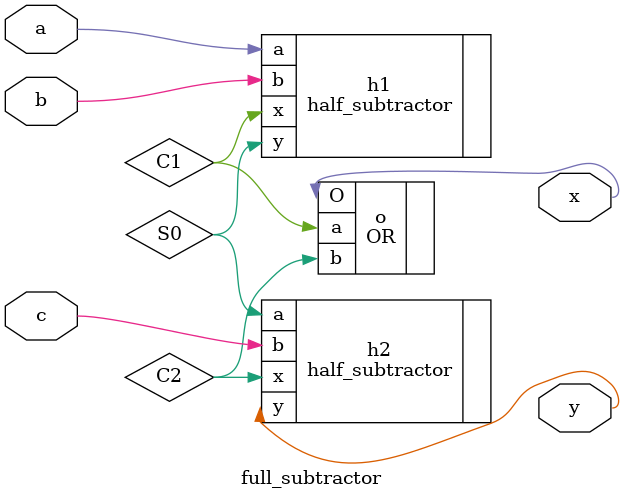
<source format=v>
module full_subtractor(a, b, c, y, x);
	input a, b, c;
	output y, x;
	wire S0, C1, C2;
	half_subtractor h1(.a(a),.b(b),.y(S0),.x(C1));
	half_subtractor h2(.a(S0),.b(c),.y(y),.x(C2));
	OR o(.a(C1),.b(C2),.O(x));
endmodule
</source>
